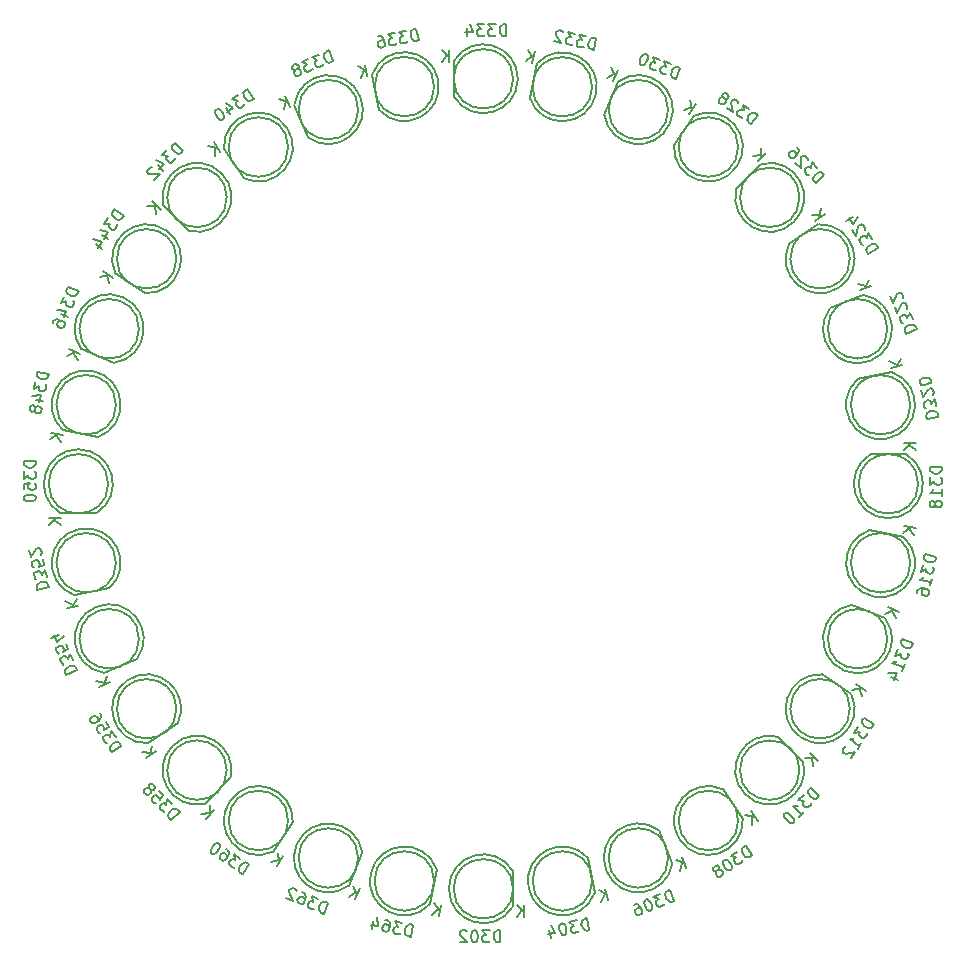
<source format=gbr>
G04 #@! TF.FileFunction,Legend,Bot*
%FSLAX46Y46*%
G04 Gerber Fmt 4.6, Leading zero omitted, Abs format (unit mm)*
G04 Created by KiCad (PCBNEW 4.0.0-rc1-stable) date 4/24/2016 3:59:36 PM*
%MOMM*%
G01*
G04 APERTURE LIST*
%ADD10C,0.100000*%
%ADD11C,0.150000*%
G04 APERTURE END LIST*
D10*
D11*
X154884888Y-137414904D02*
G75*
G02X154900000Y-134390000I-2484888J1524904D01*
G01*
X154900000Y-137390000D02*
X154900000Y-134390000D01*
X154917936Y-135890000D02*
G75*
G03X154917936Y-135890000I-2517936J0D01*
G01*
X161823183Y-136243253D02*
G75*
G02X161250467Y-133273022I-2733752J1013212D01*
G01*
X161833170Y-136215887D02*
X161250467Y-133273022D01*
X161607367Y-135230041D02*
G75*
G03X161607367Y-135230041I-2517936J0D01*
G01*
X168401508Y-133737732D02*
G75*
G02X167257889Y-130937301I-2879293J457903D01*
G01*
X168405939Y-133708940D02*
X167257889Y-130937301D01*
X168040151Y-133279829D02*
G75*
G03X168040151Y-133279829I-2517936J0D01*
G01*
X174363285Y-130000096D02*
G75*
G02X172697507Y-127475129I-2913397J-110075D01*
G01*
X174362040Y-129970992D02*
X172697507Y-127475129D01*
X173967823Y-130110171D02*
G75*
G03X173967823Y-130110171I-2517935J0D01*
G01*
X179482043Y-125167881D02*
G75*
G02X177353798Y-123018264I-2835352J-678811D01*
G01*
X179475119Y-125139585D02*
X177353798Y-123018264D01*
X179164627Y-125846692D02*
G75*
G03X179164627Y-125846692I-2517936J0D01*
G01*
X183559675Y-119433281D02*
G75*
G02X181054434Y-117737983I-2649503J-1216606D01*
G01*
X183547387Y-119406870D02*
X181054434Y-117737983D01*
X183428108Y-120649887D02*
G75*
G03X183428108Y-120649887I-2517936J0D01*
G01*
X186439582Y-113010033D02*
G75*
G02X183650718Y-111838491I-2359753J-1712182D01*
G01*
X186422357Y-112986541D02*
X183650718Y-111838491D01*
X186597765Y-114722215D02*
G75*
G03X186597765Y-114722215I-2517936J0D01*
G01*
X188012288Y-106151513D02*
G75*
G02X185048984Y-105543975I-1982248J-2137918D01*
G01*
X187990828Y-106131813D02*
X185048984Y-105543975D01*
X188547975Y-108289431D02*
G75*
G03X188547975Y-108289431I-2517935J0D01*
G01*
X188214904Y-99115112D02*
G75*
G02X185190000Y-99100000I-1524904J-2484888D01*
G01*
X188190000Y-99100000D02*
X185190000Y-99100000D01*
X189207936Y-101600000D02*
G75*
G03X189207936Y-101600000I-2517936J0D01*
G01*
X187043253Y-92176817D02*
G75*
G02X184073022Y-92749533I-1013212J-2733752D01*
G01*
X187015887Y-92166830D02*
X184073022Y-92749533D01*
X188547977Y-94910569D02*
G75*
G03X188547977Y-94910569I-2517936J0D01*
G01*
X184537732Y-85598492D02*
G75*
G02X181737301Y-86742111I-457903J-2879293D01*
G01*
X184508940Y-85594061D02*
X181737301Y-86742111D01*
X186597765Y-88477785D02*
G75*
G03X186597765Y-88477785I-2517936J0D01*
G01*
X180800096Y-79636715D02*
G75*
G02X178275129Y-81302493I110075J-2913397D01*
G01*
X180770992Y-79637960D02*
X178275129Y-81302493D01*
X183428106Y-82550112D02*
G75*
G03X183428106Y-82550112I-2517935J0D01*
G01*
X175967881Y-74517957D02*
G75*
G02X173818264Y-76646202I678811J-2835352D01*
G01*
X175939585Y-74524881D02*
X173818264Y-76646202D01*
X179164628Y-77353309D02*
G75*
G03X179164628Y-77353309I-2517936J0D01*
G01*
X170233281Y-70440325D02*
G75*
G02X168537983Y-72945566I1216606J-2649503D01*
G01*
X170206870Y-70452613D02*
X168537983Y-72945566D01*
X173967823Y-73089828D02*
G75*
G03X173967823Y-73089828I-2517936J0D01*
G01*
X163810033Y-67560418D02*
G75*
G02X162638491Y-70349282I1712182J-2359753D01*
G01*
X163786541Y-67577643D02*
X162638491Y-70349282D01*
X168040151Y-69920171D02*
G75*
G03X168040151Y-69920171I-2517936J0D01*
G01*
X156978849Y-65973906D02*
G75*
G02X156324841Y-68927302I2106519J-2015584D01*
G01*
X156958816Y-65995055D02*
X156324841Y-68927302D01*
X161603304Y-67989490D02*
G75*
G03X161603304Y-67989490I-2517936J0D01*
G01*
X149915112Y-65785096D02*
G75*
G02X149900000Y-68810000I2484888J-1524904D01*
G01*
X149900000Y-65810000D02*
X149900000Y-68810000D01*
X154917936Y-67310000D02*
G75*
G03X154917936Y-67310000I-2517936J0D01*
G01*
X142976817Y-66956747D02*
G75*
G02X143549533Y-69926978I2733752J-1013212D01*
G01*
X142966830Y-66984113D02*
X143549533Y-69926978D01*
X148228505Y-67969959D02*
G75*
G03X148228505Y-67969959I-2517936J0D01*
G01*
X136398492Y-69462268D02*
G75*
G02X137542111Y-72262699I2879293J-457903D01*
G01*
X136394061Y-69491060D02*
X137542111Y-72262699D01*
X141795721Y-69920171D02*
G75*
G03X141795721Y-69920171I-2517936J0D01*
G01*
X130436715Y-73199904D02*
G75*
G02X132102493Y-75724871I2913397J110075D01*
G01*
X130437960Y-73229008D02*
X132102493Y-75724871D01*
X135868047Y-73089829D02*
G75*
G03X135868047Y-73089829I-2517935J0D01*
G01*
X125317957Y-78032119D02*
G75*
G02X127446202Y-80181736I2835352J678811D01*
G01*
X125324881Y-78060415D02*
X127446202Y-80181736D01*
X130671245Y-77353308D02*
G75*
G03X130671245Y-77353308I-2517936J0D01*
G01*
X121240325Y-83766719D02*
G75*
G02X123745566Y-85462017I2649503J1216606D01*
G01*
X121252613Y-83793130D02*
X123745566Y-85462017D01*
X126407764Y-82550113D02*
G75*
G03X126407764Y-82550113I-2517936J0D01*
G01*
X118360418Y-90189967D02*
G75*
G02X121149282Y-91361509I2359753J1712182D01*
G01*
X118377643Y-90213459D02*
X121149282Y-91361509D01*
X123238107Y-88477785D02*
G75*
G03X123238107Y-88477785I-2517936J0D01*
G01*
X116787712Y-97048487D02*
G75*
G02X119751016Y-97656025I1982248J2137918D01*
G01*
X116809172Y-97068187D02*
X119751016Y-97656025D01*
X121287895Y-94910569D02*
G75*
G03X121287895Y-94910569I-2517935J0D01*
G01*
X116585096Y-104084888D02*
G75*
G02X119610000Y-104100000I1524904J2484888D01*
G01*
X116610000Y-104100000D02*
X119610000Y-104100000D01*
X120627936Y-101600000D02*
G75*
G03X120627936Y-101600000I-2517936J0D01*
G01*
X117756747Y-111023183D02*
G75*
G02X120726978Y-110450467I1013212J2733752D01*
G01*
X117784113Y-111033170D02*
X120726978Y-110450467D01*
X121287895Y-108289431D02*
G75*
G03X121287895Y-108289431I-2517936J0D01*
G01*
X120262268Y-117601508D02*
G75*
G02X123062699Y-116457889I457903J2879293D01*
G01*
X120291060Y-117605939D02*
X123062699Y-116457889D01*
X123238107Y-114722215D02*
G75*
G03X123238107Y-114722215I-2517936J0D01*
G01*
X123999904Y-123563285D02*
G75*
G02X126524871Y-121897507I-110075J2913397D01*
G01*
X124029008Y-123562040D02*
X126524871Y-121897507D01*
X126407764Y-120649888D02*
G75*
G03X126407764Y-120649888I-2517935J0D01*
G01*
X128832119Y-128682043D02*
G75*
G02X130981736Y-126553798I-678811J2835352D01*
G01*
X128860415Y-128675119D02*
X130981736Y-126553798D01*
X130671244Y-125846691D02*
G75*
G03X130671244Y-125846691I-2517936J0D01*
G01*
X134566719Y-132759675D02*
G75*
G02X136262017Y-130254434I-1216606J2649503D01*
G01*
X134593130Y-132747387D02*
X136262017Y-130254434D01*
X135868049Y-130110172D02*
G75*
G03X135868049Y-130110172I-2517936J0D01*
G01*
X140989967Y-135639582D02*
G75*
G02X142161509Y-132850718I-1712182J2359753D01*
G01*
X141013459Y-135622357D02*
X142161509Y-132850718D01*
X141795721Y-133279829D02*
G75*
G03X141795721Y-133279829I-2517936J0D01*
G01*
X147848487Y-137212288D02*
G75*
G02X148456025Y-134248984I-2137918J1982248D01*
G01*
X147868187Y-137190828D02*
X148456025Y-134248984D01*
X148228504Y-135230040D02*
G75*
G03X148228504Y-135230040I-2517935J0D01*
G01*
X153836476Y-140406381D02*
X153836476Y-139406381D01*
X153598381Y-139406381D01*
X153455523Y-139454000D01*
X153360285Y-139549238D01*
X153312666Y-139644476D01*
X153265047Y-139834952D01*
X153265047Y-139977810D01*
X153312666Y-140168286D01*
X153360285Y-140263524D01*
X153455523Y-140358762D01*
X153598381Y-140406381D01*
X153836476Y-140406381D01*
X152931714Y-139406381D02*
X152312666Y-139406381D01*
X152646000Y-139787333D01*
X152503142Y-139787333D01*
X152407904Y-139834952D01*
X152360285Y-139882571D01*
X152312666Y-139977810D01*
X152312666Y-140215905D01*
X152360285Y-140311143D01*
X152407904Y-140358762D01*
X152503142Y-140406381D01*
X152788857Y-140406381D01*
X152884095Y-140358762D01*
X152931714Y-140311143D01*
X151693619Y-139406381D02*
X151598380Y-139406381D01*
X151503142Y-139454000D01*
X151455523Y-139501619D01*
X151407904Y-139596857D01*
X151360285Y-139787333D01*
X151360285Y-140025429D01*
X151407904Y-140215905D01*
X151455523Y-140311143D01*
X151503142Y-140358762D01*
X151598380Y-140406381D01*
X151693619Y-140406381D01*
X151788857Y-140358762D01*
X151836476Y-140311143D01*
X151884095Y-140215905D01*
X151931714Y-140025429D01*
X151931714Y-139787333D01*
X151884095Y-139596857D01*
X151836476Y-139501619D01*
X151788857Y-139454000D01*
X151693619Y-139406381D01*
X150979333Y-139501619D02*
X150931714Y-139454000D01*
X150836476Y-139406381D01*
X150598380Y-139406381D01*
X150503142Y-139454000D01*
X150455523Y-139501619D01*
X150407904Y-139596857D01*
X150407904Y-139692095D01*
X150455523Y-139834952D01*
X151026952Y-140406381D01*
X150407904Y-140406381D01*
X155836905Y-138247381D02*
X155836905Y-137247381D01*
X155265476Y-138247381D02*
X155694048Y-137675952D01*
X155265476Y-137247381D02*
X155836905Y-137818810D01*
X161375786Y-139381395D02*
X161181552Y-138400440D01*
X160947991Y-138446686D01*
X160817103Y-138521146D01*
X160742177Y-138633069D01*
X160713964Y-138735742D01*
X160704249Y-138931840D01*
X160731997Y-139071977D01*
X160815706Y-139249576D01*
X160880916Y-139333751D01*
X160992839Y-139408677D01*
X161142226Y-139427641D01*
X161375786Y-139381395D01*
X160294021Y-138576176D02*
X159686762Y-138696416D01*
X160087742Y-139005368D01*
X159947605Y-139033116D01*
X159863430Y-139098326D01*
X159825967Y-139154288D01*
X159797754Y-139256962D01*
X159844000Y-139490523D01*
X159909210Y-139574698D01*
X159965172Y-139612161D01*
X160067845Y-139640374D01*
X160348119Y-139584879D01*
X160432294Y-139519668D01*
X160469757Y-139463707D01*
X159079505Y-138816656D02*
X158986080Y-138835155D01*
X158901905Y-138900366D01*
X158864442Y-138956327D01*
X158836228Y-139059000D01*
X158826513Y-139255098D01*
X158872760Y-139488659D01*
X158956469Y-139666259D01*
X159021679Y-139750434D01*
X159077641Y-139787896D01*
X159180314Y-139816110D01*
X159273739Y-139797611D01*
X159357914Y-139732401D01*
X159395377Y-139676439D01*
X159423591Y-139573766D01*
X159433306Y-139377668D01*
X159387060Y-139144107D01*
X159303351Y-138966508D01*
X159238140Y-138882333D01*
X159182179Y-138844870D01*
X159079505Y-138816656D01*
X157976445Y-139374873D02*
X158105935Y-140028843D01*
X158136013Y-138954929D02*
X158508312Y-139609366D01*
X157901054Y-139729606D01*
X162918765Y-136874960D02*
X162724531Y-135894004D01*
X162358219Y-136985951D02*
X162667638Y-136342161D01*
X162163984Y-136004996D02*
X162835522Y-136454551D01*
X168577690Y-136902705D02*
X168195006Y-135978826D01*
X167975035Y-136069941D01*
X167861275Y-136168604D01*
X167809732Y-136293039D01*
X167802184Y-136399250D01*
X167831082Y-136593450D01*
X167885751Y-136725434D01*
X168002638Y-136883188D01*
X168083078Y-136952953D01*
X168207512Y-137004496D01*
X168357719Y-136993820D01*
X168577690Y-136902705D01*
X167359115Y-136325063D02*
X166787190Y-136561963D01*
X167240934Y-136786355D01*
X167108950Y-136841024D01*
X167039185Y-136921465D01*
X167013414Y-136983682D01*
X167005866Y-137089894D01*
X167096981Y-137309865D01*
X167177421Y-137379631D01*
X167239638Y-137405402D01*
X167345850Y-137412950D01*
X167609816Y-137303612D01*
X167679582Y-137223172D01*
X167705353Y-137160954D01*
X166215265Y-136798862D02*
X166127275Y-136835308D01*
X166057510Y-136915748D01*
X166031739Y-136977966D01*
X166024191Y-137084177D01*
X166053088Y-137278377D01*
X166144204Y-137498349D01*
X166261090Y-137656103D01*
X166341530Y-137725868D01*
X166403747Y-137751639D01*
X166509959Y-137759188D01*
X166597948Y-137722741D01*
X166667714Y-137642301D01*
X166693485Y-137580084D01*
X166701033Y-137473872D01*
X166672135Y-137279672D01*
X166581020Y-137059700D01*
X166464134Y-136901947D01*
X166383693Y-136832181D01*
X166321476Y-136806410D01*
X166215265Y-136798862D01*
X165115407Y-137254438D02*
X165291385Y-137181545D01*
X165397597Y-137189093D01*
X165459814Y-137214865D01*
X165602471Y-137310401D01*
X165719358Y-137468155D01*
X165865142Y-137820110D01*
X165857594Y-137926321D01*
X165831823Y-137988538D01*
X165762057Y-138068979D01*
X165586079Y-138141871D01*
X165479868Y-138134323D01*
X165417651Y-138108552D01*
X165337210Y-138038786D01*
X165246095Y-137818815D01*
X165253643Y-137712603D01*
X165279414Y-137650386D01*
X165349180Y-137569945D01*
X165525158Y-137497053D01*
X165631369Y-137504601D01*
X165693586Y-137530372D01*
X165774027Y-137600139D01*
X169599631Y-134142519D02*
X169216948Y-133218639D01*
X169071700Y-134361195D02*
X169248972Y-133669256D01*
X168689016Y-133437316D02*
X169435624Y-133746571D01*
X175150860Y-133070572D02*
X174596015Y-132238618D01*
X174397931Y-132370724D01*
X174305501Y-132489604D01*
X174279109Y-132621680D01*
X174292335Y-132727335D01*
X174358403Y-132912224D01*
X174437667Y-133031075D01*
X174582968Y-133163121D01*
X174675427Y-133215934D01*
X174807503Y-133242325D01*
X174952775Y-133202678D01*
X175150860Y-133070572D01*
X173843295Y-132740620D02*
X173328275Y-133084095D01*
X173816963Y-133216081D01*
X173698112Y-133295345D01*
X173645299Y-133387805D01*
X173632103Y-133453843D01*
X173645329Y-133559498D01*
X173777435Y-133757582D01*
X173869894Y-133810395D01*
X173935932Y-133823590D01*
X174041587Y-133810365D01*
X174279289Y-133651838D01*
X174332101Y-133559379D01*
X174345297Y-133493341D01*
X172813256Y-133427570D02*
X172734022Y-133480413D01*
X172681209Y-133572872D01*
X172668014Y-133638910D01*
X172681239Y-133744565D01*
X172747307Y-133929453D01*
X172879413Y-134127538D01*
X173024715Y-134259584D01*
X173117174Y-134312397D01*
X173183212Y-134325593D01*
X173288866Y-134312367D01*
X173368101Y-134259524D01*
X173420913Y-134167065D01*
X173434109Y-134101027D01*
X173420884Y-133995372D01*
X173354816Y-133810484D01*
X173222710Y-133612399D01*
X173077408Y-133480353D01*
X172984949Y-133427540D01*
X172918911Y-133414345D01*
X172813256Y-133427570D01*
X172298326Y-134286124D02*
X172351139Y-134193665D01*
X172364334Y-134127627D01*
X172351109Y-134021972D01*
X172324688Y-133982355D01*
X172232229Y-133929543D01*
X172166191Y-133916347D01*
X172060536Y-133929572D01*
X171902068Y-134035257D01*
X171849255Y-134127717D01*
X171836060Y-134193755D01*
X171849285Y-134299409D01*
X171875706Y-134339026D01*
X171968165Y-134391839D01*
X172034203Y-134405034D01*
X172139858Y-134391809D01*
X172298326Y-134286124D01*
X172403981Y-134272898D01*
X172470019Y-134286094D01*
X172562479Y-134338907D01*
X172668163Y-134497375D01*
X172681389Y-134603029D01*
X172668193Y-134669067D01*
X172615380Y-134761526D01*
X172456912Y-134867212D01*
X172351257Y-134880437D01*
X172285219Y-134867241D01*
X172192760Y-134814429D01*
X172087076Y-134655962D01*
X172073850Y-134550306D01*
X172087046Y-134484268D01*
X172139858Y-134391809D01*
X175617215Y-130164457D02*
X175062371Y-129332503D01*
X175141812Y-130481511D02*
X175181310Y-129768317D01*
X174586968Y-129649557D02*
X175379425Y-129807905D01*
X180855997Y-128024514D02*
X180148890Y-127317407D01*
X179980531Y-127485765D01*
X179913187Y-127620453D01*
X179913187Y-127755140D01*
X179946859Y-127856155D01*
X180047874Y-128024514D01*
X180148890Y-128125529D01*
X180317249Y-128226545D01*
X180418264Y-128260216D01*
X180552951Y-128260216D01*
X180687638Y-128192872D01*
X180855997Y-128024514D01*
X179509127Y-127957170D02*
X179071394Y-128394903D01*
X179576470Y-128428574D01*
X179475454Y-128529590D01*
X179441782Y-128630605D01*
X179441782Y-128697949D01*
X179475455Y-128798965D01*
X179643813Y-128967323D01*
X179744829Y-129000995D01*
X179812172Y-129000995D01*
X179913187Y-128967323D01*
X180115218Y-128765292D01*
X180148890Y-128664277D01*
X180148890Y-128596934D01*
X179105065Y-129775445D02*
X179509127Y-129371384D01*
X179307096Y-129573414D02*
X178599990Y-128866307D01*
X178768348Y-128899979D01*
X178903035Y-128899979D01*
X179004050Y-128866307D01*
X177960226Y-129506071D02*
X177892882Y-129573415D01*
X177859210Y-129674430D01*
X177859210Y-129741773D01*
X177892882Y-129842789D01*
X177993897Y-130011147D01*
X178162256Y-130179506D01*
X178330615Y-130280522D01*
X178431630Y-130314193D01*
X178498974Y-130314193D01*
X178599989Y-130280522D01*
X178667333Y-130213177D01*
X178701005Y-130112162D01*
X178701005Y-130044819D01*
X178667333Y-129943804D01*
X178566318Y-129775445D01*
X178397958Y-129607086D01*
X178229600Y-129506071D01*
X178128585Y-129472399D01*
X178061241Y-129472399D01*
X177960226Y-129506071D01*
X180743870Y-125083353D02*
X180036764Y-124376246D01*
X180339809Y-125487414D02*
X180238794Y-124780307D01*
X179632702Y-124780307D02*
X180440825Y-124780307D01*
X185462319Y-121968641D02*
X184631335Y-121412346D01*
X184498883Y-121610199D01*
X184458983Y-121755402D01*
X184485143Y-121887524D01*
X184537795Y-121980075D01*
X184669587Y-122125606D01*
X184788300Y-122205078D01*
X184973073Y-122271468D01*
X185078704Y-122284878D01*
X185210826Y-122258717D01*
X185329868Y-122166495D01*
X185462319Y-121968641D01*
X184128019Y-122164189D02*
X183783646Y-122678608D01*
X184285643Y-122613535D01*
X184206172Y-122732247D01*
X184192762Y-122837879D01*
X184205842Y-122903940D01*
X184258494Y-122996492D01*
X184456348Y-123128943D01*
X184561979Y-123142353D01*
X184628040Y-123129272D01*
X184720591Y-123076621D01*
X184879533Y-122839196D01*
X184892943Y-122733565D01*
X184879863Y-122667504D01*
X184084825Y-124026318D02*
X184402708Y-123551469D01*
X184243767Y-123788893D02*
X183412782Y-123232597D01*
X183584475Y-123232927D01*
X183716597Y-123206766D01*
X183809148Y-123154115D01*
X183121060Y-123839568D02*
X183054999Y-123852648D01*
X182962448Y-123905299D01*
X182829996Y-124103153D01*
X182816586Y-124208785D01*
X182829666Y-124274846D01*
X182882318Y-124367397D01*
X182961459Y-124420377D01*
X183106661Y-124460277D01*
X183899393Y-124303312D01*
X183555019Y-124817731D01*
X184781054Y-119105273D02*
X183950070Y-118548977D01*
X184463171Y-119580121D02*
X184226735Y-118906101D01*
X183632186Y-119023826D02*
X184424918Y-118866860D01*
X188802137Y-115123429D02*
X187878257Y-114740745D01*
X187787142Y-114960716D01*
X187776467Y-115110923D01*
X187828009Y-115235357D01*
X187897775Y-115315797D01*
X188055529Y-115432684D01*
X188187512Y-115487353D01*
X188381712Y-115516251D01*
X188487924Y-115508703D01*
X188612358Y-115457160D01*
X188711022Y-115343400D01*
X188802137Y-115123429D01*
X187532020Y-115576636D02*
X187295120Y-116148562D01*
X187774635Y-115986386D01*
X187719966Y-116118369D01*
X187727514Y-116224581D01*
X187753286Y-116286798D01*
X187823052Y-116367238D01*
X188043023Y-116458353D01*
X188149234Y-116450805D01*
X188211452Y-116425034D01*
X188291892Y-116355269D01*
X188401230Y-116091302D01*
X188393682Y-115985091D01*
X188367911Y-115922874D01*
X187854539Y-117411131D02*
X188073216Y-116883199D01*
X187963878Y-117147164D02*
X187039998Y-116764481D01*
X187208427Y-116731162D01*
X187332861Y-116679619D01*
X187413302Y-116609854D01*
X186910605Y-117947905D02*
X187526525Y-118203028D01*
X186649767Y-117582149D02*
X187400796Y-117635523D01*
X187163896Y-118207449D01*
X187573011Y-112449059D02*
X186649132Y-112066376D01*
X187354335Y-112976991D02*
X186990411Y-112362365D01*
X186430455Y-112594307D02*
X187177063Y-112285052D01*
X190740342Y-107765769D02*
X189759727Y-107569823D01*
X189713073Y-107803302D01*
X189731777Y-107952721D01*
X189806507Y-108064775D01*
X189890568Y-108130132D01*
X190068021Y-108214151D01*
X190208109Y-108242144D01*
X190404224Y-108232771D01*
X190506946Y-108204736D01*
X190619000Y-108130006D01*
X190693688Y-107999248D01*
X190740342Y-107765769D01*
X189582442Y-108457046D02*
X189461142Y-109064093D01*
X189900025Y-108811867D01*
X189872032Y-108951956D01*
X189900067Y-109054678D01*
X189937432Y-109110705D01*
X190021494Y-109176062D01*
X190254973Y-109222716D01*
X190357696Y-109194682D01*
X190413723Y-109157317D01*
X190479080Y-109073256D01*
X190535065Y-108793079D01*
X190507030Y-108690357D01*
X190469665Y-108634330D01*
X190255142Y-110193958D02*
X190367111Y-109633606D01*
X190311126Y-109913782D02*
X189330512Y-109717835D01*
X189489261Y-109652436D01*
X189601314Y-109577706D01*
X189666672Y-109493645D01*
X189106573Y-110838539D02*
X189143896Y-110651754D01*
X189209254Y-110567693D01*
X189265280Y-110530328D01*
X189424030Y-110464929D01*
X189620144Y-110455556D01*
X189993712Y-110530202D01*
X190077773Y-110595559D01*
X190115138Y-110651586D01*
X190143173Y-110754309D01*
X190105849Y-110941093D01*
X190040492Y-111025154D01*
X189984465Y-111062519D01*
X189881743Y-111090554D01*
X189648263Y-111043900D01*
X189564201Y-110978542D01*
X189526836Y-110922516D01*
X189498802Y-110819793D01*
X189536125Y-110633009D01*
X189601482Y-110548948D01*
X189657509Y-110511582D01*
X189760233Y-110483548D01*
X189015171Y-105381070D02*
X188034556Y-105185124D01*
X188903201Y-105941422D02*
X188426827Y-105409189D01*
X187922587Y-105745476D02*
X188594908Y-105297094D01*
X191206381Y-100163524D02*
X190206381Y-100163524D01*
X190206381Y-100401619D01*
X190254000Y-100544477D01*
X190349238Y-100639715D01*
X190444476Y-100687334D01*
X190634952Y-100734953D01*
X190777810Y-100734953D01*
X190968286Y-100687334D01*
X191063524Y-100639715D01*
X191158762Y-100544477D01*
X191206381Y-100401619D01*
X191206381Y-100163524D01*
X190206381Y-101068286D02*
X190206381Y-101687334D01*
X190587333Y-101354000D01*
X190587333Y-101496858D01*
X190634952Y-101592096D01*
X190682571Y-101639715D01*
X190777810Y-101687334D01*
X191015905Y-101687334D01*
X191111143Y-101639715D01*
X191158762Y-101592096D01*
X191206381Y-101496858D01*
X191206381Y-101211143D01*
X191158762Y-101115905D01*
X191111143Y-101068286D01*
X191206381Y-102639715D02*
X191206381Y-102068286D01*
X191206381Y-102354000D02*
X190206381Y-102354000D01*
X190349238Y-102258762D01*
X190444476Y-102163524D01*
X190492095Y-102068286D01*
X190634952Y-103211143D02*
X190587333Y-103115905D01*
X190539714Y-103068286D01*
X190444476Y-103020667D01*
X190396857Y-103020667D01*
X190301619Y-103068286D01*
X190254000Y-103115905D01*
X190206381Y-103211143D01*
X190206381Y-103401620D01*
X190254000Y-103496858D01*
X190301619Y-103544477D01*
X190396857Y-103592096D01*
X190444476Y-103592096D01*
X190539714Y-103544477D01*
X190587333Y-103496858D01*
X190634952Y-103401620D01*
X190634952Y-103211143D01*
X190682571Y-103115905D01*
X190730190Y-103068286D01*
X190825429Y-103020667D01*
X191015905Y-103020667D01*
X191111143Y-103068286D01*
X191158762Y-103115905D01*
X191206381Y-103211143D01*
X191206381Y-103401620D01*
X191158762Y-103496858D01*
X191111143Y-103544477D01*
X191015905Y-103592096D01*
X190825429Y-103592096D01*
X190730190Y-103544477D01*
X190682571Y-103496858D01*
X190634952Y-103401620D01*
X189047381Y-98163095D02*
X188047381Y-98163095D01*
X189047381Y-98734524D02*
X188475952Y-98305952D01*
X188047381Y-98734524D02*
X188618810Y-98163095D01*
X189950561Y-96116512D02*
X190931516Y-95922278D01*
X190885270Y-95688717D01*
X190810810Y-95557829D01*
X190698887Y-95482903D01*
X190596214Y-95454690D01*
X190400116Y-95444975D01*
X190259979Y-95472723D01*
X190082380Y-95556432D01*
X189998205Y-95621642D01*
X189923279Y-95733565D01*
X189904315Y-95882952D01*
X189950561Y-96116512D01*
X190755780Y-95034747D02*
X190635540Y-94427488D01*
X190326588Y-94828468D01*
X190298840Y-94688331D01*
X190233630Y-94604156D01*
X190177668Y-94566693D01*
X190074994Y-94538480D01*
X189841433Y-94584726D01*
X189757258Y-94649936D01*
X189719795Y-94705898D01*
X189691582Y-94808571D01*
X189747077Y-95088845D01*
X189812288Y-95173020D01*
X189868249Y-95210483D01*
X190468122Y-94072290D02*
X190505585Y-94016329D01*
X190533798Y-93913655D01*
X190487552Y-93680094D01*
X190422341Y-93595919D01*
X190366380Y-93558456D01*
X190263706Y-93530242D01*
X190170282Y-93548741D01*
X190039395Y-93623201D01*
X189589840Y-94294738D01*
X189469600Y-93687480D01*
X190330315Y-92885988D02*
X190311816Y-92792563D01*
X190246605Y-92708388D01*
X190190644Y-92670925D01*
X190087971Y-92642711D01*
X189891873Y-92632996D01*
X189658311Y-92679243D01*
X189480712Y-92762952D01*
X189396537Y-92828162D01*
X189359074Y-92884124D01*
X189330861Y-92986797D01*
X189349359Y-93080222D01*
X189414570Y-93164397D01*
X189470531Y-93201860D01*
X189573205Y-93230074D01*
X189769303Y-93239789D01*
X190002864Y-93193543D01*
X190180463Y-93109833D01*
X190264638Y-93044623D01*
X190302101Y-92988662D01*
X190330315Y-92885988D01*
X186889171Y-91770805D02*
X187870127Y-91576571D01*
X186778180Y-91210259D02*
X187421970Y-91519678D01*
X187759135Y-91016024D02*
X187309580Y-91687562D01*
X188160649Y-88892140D02*
X189084528Y-88509456D01*
X188993413Y-88289485D01*
X188894750Y-88175725D01*
X188770315Y-88124182D01*
X188664104Y-88116634D01*
X188469904Y-88145532D01*
X188337920Y-88200201D01*
X188180166Y-88317088D01*
X188110401Y-88397528D01*
X188058858Y-88521962D01*
X188069534Y-88672169D01*
X188160649Y-88892140D01*
X188738291Y-87673565D02*
X188501391Y-87101640D01*
X188276999Y-87555384D01*
X188222330Y-87423400D01*
X188141889Y-87353635D01*
X188079672Y-87327864D01*
X187973460Y-87320316D01*
X187753489Y-87411431D01*
X187683723Y-87491871D01*
X187657952Y-87554088D01*
X187650404Y-87660300D01*
X187759742Y-87924266D01*
X187840182Y-87994032D01*
X187902400Y-88019803D01*
X188267619Y-86786132D02*
X188293390Y-86723915D01*
X188300938Y-86617703D01*
X188209823Y-86397731D01*
X188129383Y-86327966D01*
X188067165Y-86302194D01*
X187960954Y-86294646D01*
X187872966Y-86331092D01*
X187759206Y-86429756D01*
X187449951Y-87176363D01*
X187213051Y-86604438D01*
X187903158Y-85906247D02*
X187928930Y-85844029D01*
X187936478Y-85737818D01*
X187845362Y-85517846D01*
X187764922Y-85448080D01*
X187702705Y-85422309D01*
X187596494Y-85414761D01*
X187508505Y-85451207D01*
X187394745Y-85549870D01*
X187085490Y-86296478D01*
X186848591Y-85724552D01*
X184307081Y-85230543D02*
X185230961Y-84847860D01*
X184088405Y-84702612D02*
X184780344Y-84879884D01*
X185012284Y-84319928D02*
X184703029Y-85066536D01*
X184993754Y-82163940D02*
X185825708Y-81609095D01*
X185693602Y-81411011D01*
X185574722Y-81318581D01*
X185442646Y-81292189D01*
X185336991Y-81305415D01*
X185152102Y-81371483D01*
X185033251Y-81450747D01*
X184901205Y-81596048D01*
X184848392Y-81688507D01*
X184822001Y-81820583D01*
X184861648Y-81965855D01*
X184993754Y-82163940D01*
X185323706Y-80856375D02*
X184980231Y-80341355D01*
X184848245Y-80830043D01*
X184768981Y-80711192D01*
X184676521Y-80658379D01*
X184610483Y-80645183D01*
X184504828Y-80658409D01*
X184306744Y-80790515D01*
X184253931Y-80882974D01*
X184240736Y-80949012D01*
X184253961Y-81054667D01*
X184412488Y-81292369D01*
X184504947Y-81345181D01*
X184570985Y-81358377D01*
X184689628Y-80077263D02*
X184702824Y-80011225D01*
X184689598Y-79905570D01*
X184557492Y-79707485D01*
X184465033Y-79654673D01*
X184398995Y-79641477D01*
X184293340Y-79654702D01*
X184214106Y-79707545D01*
X184121677Y-79826425D01*
X183963329Y-80618882D01*
X183619853Y-80103862D01*
X183698909Y-79020862D02*
X183144272Y-79390759D01*
X184147949Y-79007578D02*
X183685802Y-79601980D01*
X183342327Y-79086960D01*
X180502369Y-79320573D02*
X181334323Y-78765729D01*
X180185315Y-78845170D02*
X180898509Y-78884668D01*
X181017269Y-78290326D02*
X180858921Y-79082783D01*
X180575444Y-76174461D02*
X181282551Y-75467354D01*
X181114193Y-75298995D01*
X180979505Y-75231651D01*
X180844818Y-75231651D01*
X180743803Y-75265323D01*
X180575444Y-75366338D01*
X180474429Y-75467354D01*
X180373413Y-75635713D01*
X180339742Y-75736728D01*
X180339742Y-75871415D01*
X180407086Y-76006102D01*
X180575444Y-76174461D01*
X180642788Y-74827591D02*
X180205055Y-74389858D01*
X180171384Y-74894934D01*
X180070368Y-74793918D01*
X179969353Y-74760246D01*
X179902009Y-74760246D01*
X179800993Y-74793919D01*
X179632635Y-74962277D01*
X179598963Y-75063293D01*
X179598963Y-75130636D01*
X179632635Y-75231651D01*
X179834666Y-75433682D01*
X179935681Y-75467354D01*
X180003024Y-75467354D01*
X179868338Y-74187827D02*
X179868338Y-74120484D01*
X179834666Y-74019469D01*
X179666307Y-73851109D01*
X179565291Y-73817438D01*
X179497948Y-73817438D01*
X179396933Y-73851109D01*
X179329589Y-73918453D01*
X179262246Y-74053140D01*
X179262246Y-74861262D01*
X178824513Y-74423529D01*
X178925528Y-73110331D02*
X179060216Y-73245018D01*
X179093887Y-73346034D01*
X179093887Y-73413377D01*
X179060216Y-73581736D01*
X178959201Y-73750094D01*
X178689826Y-74019469D01*
X178588811Y-74053140D01*
X178521467Y-74053140D01*
X178420452Y-74019469D01*
X178285765Y-73884781D01*
X178252093Y-73783766D01*
X178252093Y-73716422D01*
X178285765Y-73615407D01*
X178454123Y-73447049D01*
X178555139Y-73413376D01*
X178622483Y-73413376D01*
X178723498Y-73447048D01*
X178858185Y-73581736D01*
X178891857Y-73682751D01*
X178891857Y-73750094D01*
X178858185Y-73851110D01*
X175613979Y-74266282D02*
X176321086Y-73559176D01*
X175209918Y-73862221D02*
X175917025Y-73761206D01*
X175917025Y-73155114D02*
X175917025Y-73963237D01*
X175074845Y-71170333D02*
X175631140Y-70339349D01*
X175433287Y-70206897D01*
X175288084Y-70166997D01*
X175155962Y-70193157D01*
X175063411Y-70245809D01*
X174917880Y-70377601D01*
X174838408Y-70496314D01*
X174772018Y-70681087D01*
X174758608Y-70786718D01*
X174784769Y-70918840D01*
X174876991Y-71037882D01*
X175074845Y-71170333D01*
X174879297Y-69836033D02*
X174364878Y-69491660D01*
X174429951Y-69993657D01*
X174311239Y-69914186D01*
X174205607Y-69900776D01*
X174139546Y-69913856D01*
X174046994Y-69966508D01*
X173914543Y-70164362D01*
X173901133Y-70269993D01*
X173914214Y-70336054D01*
X173966865Y-70428605D01*
X174204290Y-70587547D01*
X174309921Y-70600957D01*
X174375982Y-70587877D01*
X173995332Y-69358879D02*
X173982252Y-69292818D01*
X173929601Y-69200267D01*
X173731747Y-69067815D01*
X173626115Y-69054405D01*
X173560054Y-69067486D01*
X173467503Y-69120137D01*
X173414523Y-69199278D01*
X173374623Y-69344480D01*
X173531588Y-70137212D01*
X173017168Y-69792839D01*
X172860204Y-69000107D02*
X172965836Y-69013517D01*
X173031897Y-69000437D01*
X173124448Y-68947786D01*
X173150938Y-68908215D01*
X173164348Y-68802583D01*
X173151267Y-68736523D01*
X173098616Y-68643971D01*
X172940333Y-68538010D01*
X172834701Y-68524600D01*
X172768640Y-68537680D01*
X172676089Y-68590332D01*
X172649599Y-68629902D01*
X172636189Y-68735534D01*
X172649270Y-68801595D01*
X172701921Y-68894146D01*
X172860204Y-69000107D01*
X172912855Y-69092658D01*
X172925936Y-69158719D01*
X172912525Y-69264352D01*
X172806564Y-69422634D01*
X172714013Y-69475285D01*
X172647952Y-69488366D01*
X172542321Y-69474956D01*
X172384037Y-69368994D01*
X172331386Y-69276443D01*
X172318306Y-69210382D01*
X172331716Y-69104751D01*
X172437677Y-68946468D01*
X172530228Y-68893816D01*
X172596289Y-68880736D01*
X172701921Y-68894146D01*
X169837236Y-70262182D02*
X170393532Y-69431198D01*
X169362388Y-69944299D02*
X170036408Y-69707863D01*
X169918683Y-69113314D02*
X170075649Y-69906046D01*
X168700783Y-67327589D02*
X169083467Y-66403709D01*
X168863496Y-66312594D01*
X168713289Y-66301919D01*
X168588855Y-66353461D01*
X168508415Y-66423227D01*
X168391528Y-66580981D01*
X168336859Y-66712964D01*
X168307961Y-66907164D01*
X168315509Y-67013376D01*
X168367052Y-67137810D01*
X168480812Y-67236474D01*
X168700783Y-67327589D01*
X168247576Y-66057472D02*
X167675650Y-65820572D01*
X167837826Y-66300087D01*
X167705843Y-66245418D01*
X167599631Y-66252966D01*
X167537414Y-66278738D01*
X167456974Y-66348504D01*
X167365859Y-66568475D01*
X167373407Y-66674686D01*
X167399178Y-66736904D01*
X167468943Y-66817344D01*
X167732910Y-66926682D01*
X167839121Y-66919134D01*
X167901338Y-66893363D01*
X167367690Y-65693011D02*
X166795765Y-65456112D01*
X166957941Y-65935627D01*
X166825958Y-65880958D01*
X166719746Y-65888506D01*
X166657529Y-65914277D01*
X166577088Y-65984043D01*
X166485973Y-66204015D01*
X166493522Y-66310226D01*
X166519293Y-66372443D01*
X166589058Y-66452883D01*
X166853024Y-66562222D01*
X166959236Y-66554674D01*
X167021453Y-66528902D01*
X166223840Y-65219213D02*
X166135850Y-65182766D01*
X166029639Y-65190315D01*
X165967422Y-65216086D01*
X165886982Y-65285851D01*
X165770095Y-65443605D01*
X165678980Y-65663577D01*
X165650082Y-65857777D01*
X165657630Y-65963989D01*
X165683402Y-66026206D01*
X165753167Y-66106646D01*
X165841156Y-66143092D01*
X165947368Y-66135544D01*
X166009585Y-66109773D01*
X166090025Y-66040008D01*
X166206912Y-65882254D01*
X166298027Y-65662282D01*
X166326925Y-65468082D01*
X166319377Y-65361870D01*
X166293605Y-65299653D01*
X166223840Y-65219213D01*
X163386759Y-67463333D02*
X163769442Y-66539454D01*
X162858827Y-67244657D02*
X163473453Y-66880733D01*
X163241511Y-66320777D02*
X163550766Y-67067385D01*
X161749155Y-64870353D02*
X161960480Y-63892937D01*
X161727762Y-63842622D01*
X161578067Y-63858976D01*
X161464854Y-63931937D01*
X161398184Y-64014961D01*
X161311388Y-64191072D01*
X161281199Y-64330704D01*
X161287490Y-64526941D01*
X161313907Y-64630091D01*
X161386868Y-64743304D01*
X161516437Y-64820037D01*
X161749155Y-64870353D01*
X161076151Y-63701738D02*
X160471083Y-63570918D01*
X160716385Y-64013708D01*
X160576753Y-63983519D01*
X160473603Y-64009936D01*
X160416996Y-64046417D01*
X160350326Y-64129442D01*
X160300011Y-64362160D01*
X160326428Y-64465310D01*
X160362909Y-64521917D01*
X160445933Y-64588586D01*
X160725195Y-64648965D01*
X160828346Y-64622548D01*
X160884952Y-64586067D01*
X160145278Y-63500477D02*
X159540211Y-63369656D01*
X159785512Y-63812447D01*
X159645881Y-63782257D01*
X159542731Y-63808675D01*
X159486124Y-63845155D01*
X159419454Y-63928180D01*
X159369139Y-64160898D01*
X159395556Y-64264048D01*
X159432037Y-64320655D01*
X159515061Y-64387325D01*
X159794323Y-64447703D01*
X159897473Y-64421286D01*
X159954080Y-64384805D01*
X159147736Y-63382239D02*
X159111256Y-63325632D01*
X159028232Y-63258963D01*
X158795513Y-63208647D01*
X158692363Y-63235064D01*
X158635756Y-63271545D01*
X158569087Y-63354569D01*
X158548960Y-63447656D01*
X158565315Y-63597350D01*
X159003081Y-64276631D01*
X158398014Y-64145811D01*
X156545037Y-65954068D02*
X156756362Y-64976653D01*
X155986513Y-65833311D02*
X156526163Y-65365355D01*
X156197838Y-64855895D02*
X156635604Y-65535176D01*
X154344476Y-63698381D02*
X154344476Y-62698381D01*
X154106381Y-62698381D01*
X153963523Y-62746000D01*
X153868285Y-62841238D01*
X153820666Y-62936476D01*
X153773047Y-63126952D01*
X153773047Y-63269810D01*
X153820666Y-63460286D01*
X153868285Y-63555524D01*
X153963523Y-63650762D01*
X154106381Y-63698381D01*
X154344476Y-63698381D01*
X153439714Y-62698381D02*
X152820666Y-62698381D01*
X153154000Y-63079333D01*
X153011142Y-63079333D01*
X152915904Y-63126952D01*
X152868285Y-63174571D01*
X152820666Y-63269810D01*
X152820666Y-63507905D01*
X152868285Y-63603143D01*
X152915904Y-63650762D01*
X153011142Y-63698381D01*
X153296857Y-63698381D01*
X153392095Y-63650762D01*
X153439714Y-63603143D01*
X152487333Y-62698381D02*
X151868285Y-62698381D01*
X152201619Y-63079333D01*
X152058761Y-63079333D01*
X151963523Y-63126952D01*
X151915904Y-63174571D01*
X151868285Y-63269810D01*
X151868285Y-63507905D01*
X151915904Y-63603143D01*
X151963523Y-63650762D01*
X152058761Y-63698381D01*
X152344476Y-63698381D01*
X152439714Y-63650762D01*
X152487333Y-63603143D01*
X151011142Y-63031714D02*
X151011142Y-63698381D01*
X151249238Y-62650762D02*
X151487333Y-63365048D01*
X150868285Y-63365048D01*
X149486905Y-65857381D02*
X149486905Y-64857381D01*
X148915476Y-65857381D02*
X149344048Y-65285952D01*
X148915476Y-64857381D02*
X149486905Y-65428810D01*
X146916512Y-64049439D02*
X146722278Y-63068484D01*
X146488717Y-63114730D01*
X146357829Y-63189190D01*
X146282903Y-63301113D01*
X146254690Y-63403786D01*
X146244975Y-63599884D01*
X146272723Y-63740021D01*
X146356432Y-63917620D01*
X146421642Y-64001795D01*
X146533565Y-64076721D01*
X146682952Y-64095685D01*
X146916512Y-64049439D01*
X145834747Y-63244220D02*
X145227488Y-63364460D01*
X145628468Y-63673412D01*
X145488331Y-63701160D01*
X145404156Y-63766370D01*
X145366693Y-63822332D01*
X145338480Y-63925006D01*
X145384726Y-64158567D01*
X145449936Y-64242742D01*
X145505898Y-64280205D01*
X145608571Y-64308418D01*
X145888845Y-64252923D01*
X145973020Y-64187712D01*
X146010483Y-64131751D01*
X144900504Y-63429205D02*
X144293245Y-63549445D01*
X144694225Y-63858397D01*
X144554088Y-63886145D01*
X144469913Y-63951356D01*
X144432450Y-64007317D01*
X144404237Y-64109991D01*
X144450483Y-64343552D01*
X144515693Y-64427727D01*
X144571655Y-64465190D01*
X144674328Y-64493403D01*
X144954602Y-64437908D01*
X145038777Y-64372697D01*
X145076240Y-64316736D01*
X143452427Y-63715932D02*
X143639276Y-63678935D01*
X143741949Y-63707148D01*
X143797911Y-63744611D01*
X143919083Y-63866249D01*
X144002792Y-64043848D01*
X144076786Y-64417546D01*
X144048572Y-64520219D01*
X144011109Y-64576181D01*
X143926935Y-64641391D01*
X143740085Y-64678388D01*
X143637412Y-64650175D01*
X143581450Y-64612712D01*
X143516240Y-64528537D01*
X143469993Y-64294976D01*
X143498207Y-64192302D01*
X143535670Y-64136341D01*
X143619845Y-64071130D01*
X143806694Y-64034133D01*
X143909368Y-64062347D01*
X143965329Y-64099809D01*
X144030540Y-64183985D01*
X142570805Y-67110829D02*
X142376571Y-66129873D01*
X142010259Y-67221820D02*
X142319678Y-66578030D01*
X141816024Y-66240865D02*
X142487562Y-66690420D01*
X139692140Y-65839351D02*
X139309456Y-64915472D01*
X139089485Y-65006587D01*
X138975725Y-65105250D01*
X138924182Y-65229685D01*
X138916634Y-65335896D01*
X138945532Y-65530096D01*
X139000201Y-65662080D01*
X139117088Y-65819834D01*
X139197528Y-65889599D01*
X139321962Y-65941142D01*
X139472169Y-65930466D01*
X139692140Y-65839351D01*
X138473565Y-65261709D02*
X137901640Y-65498609D01*
X138355384Y-65723001D01*
X138223400Y-65777670D01*
X138153635Y-65858111D01*
X138127864Y-65920328D01*
X138120316Y-66026540D01*
X138211431Y-66246511D01*
X138291871Y-66316277D01*
X138354088Y-66342048D01*
X138460300Y-66349596D01*
X138724266Y-66240258D01*
X138794032Y-66159818D01*
X138819803Y-66097600D01*
X137593680Y-65626170D02*
X137021754Y-65863069D01*
X137475499Y-66087461D01*
X137343515Y-66142131D01*
X137273750Y-66222571D01*
X137247979Y-66284788D01*
X137240431Y-66391001D01*
X137331546Y-66610972D01*
X137411986Y-66680737D01*
X137474203Y-66706508D01*
X137580415Y-66714057D01*
X137844381Y-66604718D01*
X137914146Y-66524278D01*
X137939917Y-66462061D01*
X136657831Y-66477693D02*
X136727596Y-66397253D01*
X136753367Y-66335036D01*
X136760916Y-66228824D01*
X136742693Y-66184830D01*
X136662252Y-66115065D01*
X136600035Y-66089293D01*
X136493824Y-66081745D01*
X136317846Y-66154638D01*
X136248080Y-66235078D01*
X136222309Y-66297295D01*
X136214761Y-66403506D01*
X136232984Y-66447501D01*
X136313424Y-66517266D01*
X136375641Y-66543037D01*
X136481853Y-66550586D01*
X136657831Y-66477693D01*
X136764042Y-66485241D01*
X136826259Y-66511013D01*
X136906700Y-66580779D01*
X136979592Y-66756756D01*
X136972044Y-66862967D01*
X136946273Y-66925184D01*
X136876507Y-67005625D01*
X136700529Y-67078517D01*
X136594318Y-67070969D01*
X136532101Y-67045198D01*
X136451660Y-66975432D01*
X136378768Y-66799455D01*
X136386316Y-66693243D01*
X136412087Y-66631026D01*
X136481853Y-66550586D01*
X136030543Y-69692919D02*
X135647860Y-68769039D01*
X135502612Y-69911595D02*
X135679884Y-69219656D01*
X135119928Y-68987716D02*
X135866536Y-69296971D01*
X132963940Y-69006246D02*
X132409095Y-68174292D01*
X132211011Y-68306398D01*
X132118581Y-68425278D01*
X132092189Y-68557354D01*
X132105415Y-68663009D01*
X132171483Y-68847898D01*
X132250747Y-68966749D01*
X132396048Y-69098795D01*
X132488507Y-69151608D01*
X132620583Y-69177999D01*
X132765855Y-69138352D01*
X132963940Y-69006246D01*
X131656375Y-68676294D02*
X131141355Y-69019769D01*
X131630043Y-69151755D01*
X131511192Y-69231019D01*
X131458379Y-69323479D01*
X131445183Y-69389517D01*
X131458409Y-69495172D01*
X131590515Y-69693256D01*
X131682974Y-69746069D01*
X131749012Y-69759264D01*
X131854667Y-69746039D01*
X132092369Y-69587512D01*
X132145181Y-69495053D01*
X132158377Y-69429015D01*
X130613199Y-69772668D02*
X130983096Y-70327305D01*
X130599915Y-69323627D02*
X131194317Y-69785775D01*
X130679297Y-70129250D01*
X129833999Y-69891667D02*
X129754765Y-69944510D01*
X129701952Y-70036969D01*
X129688756Y-70103007D01*
X129701982Y-70208662D01*
X129768050Y-70393551D01*
X129900156Y-70591636D01*
X130045457Y-70723682D01*
X130137916Y-70776494D01*
X130203954Y-70789690D01*
X130309609Y-70776464D01*
X130388844Y-70723622D01*
X130441656Y-70631163D01*
X130454852Y-70565125D01*
X130441626Y-70459470D01*
X130375559Y-70274581D01*
X130243452Y-70076496D01*
X130098151Y-69944450D01*
X130005692Y-69891638D01*
X129939654Y-69878442D01*
X129833999Y-69891667D01*
X130120573Y-73497631D02*
X129565729Y-72665677D01*
X129645170Y-73814685D02*
X129684668Y-73101491D01*
X129090326Y-72982731D02*
X129882783Y-73141079D01*
X126974461Y-73424556D02*
X126267354Y-72717449D01*
X126098995Y-72885807D01*
X126031651Y-73020495D01*
X126031651Y-73155182D01*
X126065323Y-73256197D01*
X126166338Y-73424556D01*
X126267354Y-73525571D01*
X126435713Y-73626587D01*
X126536728Y-73660258D01*
X126671415Y-73660258D01*
X126806102Y-73592914D01*
X126974461Y-73424556D01*
X125627591Y-73357212D02*
X125189858Y-73794945D01*
X125694934Y-73828616D01*
X125593918Y-73929632D01*
X125560246Y-74030647D01*
X125560246Y-74097991D01*
X125593919Y-74199007D01*
X125762277Y-74367365D01*
X125863293Y-74401037D01*
X125930636Y-74401037D01*
X126031651Y-74367365D01*
X126233682Y-74165334D01*
X126267354Y-74064319D01*
X126267354Y-73996976D01*
X124819468Y-74636739D02*
X125290873Y-75108144D01*
X124718454Y-74199006D02*
X125391889Y-74535724D01*
X124954156Y-74973457D01*
X124314392Y-74805097D02*
X124247049Y-74805097D01*
X124146034Y-74838769D01*
X123977674Y-75007128D01*
X123944003Y-75108144D01*
X123944003Y-75175487D01*
X123977674Y-75276502D01*
X124045018Y-75343846D01*
X124179705Y-75411189D01*
X124987827Y-75411189D01*
X124550094Y-75848922D01*
X125066282Y-78386021D02*
X124359176Y-77678914D01*
X124662221Y-78790082D02*
X124561206Y-78082975D01*
X123955114Y-78082975D02*
X124763237Y-78082975D01*
X121970333Y-78925155D02*
X121139349Y-78368860D01*
X121006897Y-78566713D01*
X120966997Y-78711916D01*
X120993157Y-78844038D01*
X121045809Y-78936589D01*
X121177601Y-79082120D01*
X121296314Y-79161592D01*
X121481087Y-79227982D01*
X121586718Y-79241392D01*
X121718840Y-79215231D01*
X121837882Y-79123009D01*
X121970333Y-78925155D01*
X120636033Y-79120703D02*
X120291660Y-79635122D01*
X120793657Y-79570049D01*
X120714186Y-79688761D01*
X120700776Y-79794393D01*
X120713856Y-79860454D01*
X120766508Y-79953006D01*
X120964362Y-80085457D01*
X121069993Y-80098867D01*
X121136054Y-80085786D01*
X121228605Y-80033135D01*
X121387547Y-79795710D01*
X121400957Y-79690079D01*
X121387877Y-79624018D01*
X120091829Y-80532826D02*
X120645819Y-80903690D01*
X119907716Y-80123050D02*
X120633728Y-80322551D01*
X120289354Y-80836970D01*
X119562024Y-81324240D02*
X120116014Y-81695104D01*
X119377911Y-80914464D02*
X120103922Y-81113965D01*
X119759549Y-81628384D01*
X121062182Y-84162764D02*
X120231198Y-83606468D01*
X120744299Y-84637612D02*
X120507863Y-83963592D01*
X119913314Y-84081317D02*
X120706046Y-83924351D01*
X118127589Y-85299217D02*
X117203709Y-84916533D01*
X117112594Y-85136504D01*
X117101919Y-85286711D01*
X117153461Y-85411145D01*
X117223227Y-85491585D01*
X117380981Y-85608472D01*
X117512964Y-85663141D01*
X117707164Y-85692039D01*
X117813376Y-85684491D01*
X117937810Y-85632948D01*
X118036474Y-85519188D01*
X118127589Y-85299217D01*
X116857472Y-85752424D02*
X116620572Y-86324350D01*
X117100087Y-86162174D01*
X117045418Y-86294157D01*
X117052966Y-86400369D01*
X117078738Y-86462586D01*
X117148504Y-86543026D01*
X117368475Y-86634141D01*
X117474686Y-86626593D01*
X117536904Y-86600822D01*
X117617344Y-86531057D01*
X117726682Y-86267090D01*
X117719134Y-86160879D01*
X117693363Y-86098662D01*
X116600517Y-87243808D02*
X117216437Y-87498930D01*
X116339679Y-86878052D02*
X117090708Y-86931426D01*
X116853809Y-87503352D01*
X115928097Y-87996132D02*
X116000990Y-87820154D01*
X116081430Y-87750389D01*
X116143647Y-87724618D01*
X116312076Y-87691298D01*
X116506276Y-87720196D01*
X116858231Y-87865980D01*
X116927996Y-87946421D01*
X116953767Y-88008638D01*
X116961315Y-88114849D01*
X116888423Y-88290827D01*
X116807983Y-88360593D01*
X116745766Y-88386364D01*
X116639554Y-88393912D01*
X116419583Y-88302797D01*
X116349817Y-88222356D01*
X116324045Y-88160139D01*
X116316497Y-88053928D01*
X116389390Y-87877950D01*
X116469830Y-87808185D01*
X116532047Y-87782413D01*
X116638259Y-87774865D01*
X118263333Y-90613241D02*
X117339454Y-90230558D01*
X118044657Y-91141173D02*
X117680733Y-90526547D01*
X117120777Y-90758489D02*
X117867385Y-90449234D01*
X115609366Y-92296105D02*
X114628751Y-92100159D01*
X114582097Y-92333638D01*
X114600801Y-92483057D01*
X114675531Y-92595111D01*
X114759592Y-92660468D01*
X114937045Y-92744487D01*
X115077133Y-92772480D01*
X115273248Y-92763107D01*
X115375970Y-92735072D01*
X115488024Y-92660342D01*
X115562712Y-92529584D01*
X115609366Y-92296105D01*
X114451466Y-92987382D02*
X114330166Y-93594429D01*
X114769049Y-93342203D01*
X114741056Y-93482292D01*
X114769091Y-93585014D01*
X114806456Y-93641041D01*
X114890518Y-93706398D01*
X115123997Y-93753052D01*
X115226720Y-93725018D01*
X115282747Y-93687653D01*
X115348104Y-93603592D01*
X115404089Y-93323415D01*
X115376054Y-93220693D01*
X115338689Y-93164666D01*
X114489084Y-94500271D02*
X115142827Y-94630902D01*
X114162171Y-94192145D02*
X114909264Y-94098627D01*
X114787964Y-94705675D01*
X114451845Y-95172675D02*
X114423810Y-95069953D01*
X114386445Y-95013926D01*
X114302384Y-94948569D01*
X114255688Y-94939238D01*
X114152966Y-94967272D01*
X114096939Y-95004637D01*
X114031582Y-95088698D01*
X113994259Y-95275483D01*
X114022293Y-95378206D01*
X114059658Y-95434232D01*
X114143719Y-95499590D01*
X114190415Y-95508920D01*
X114293138Y-95480886D01*
X114349164Y-95443521D01*
X114414522Y-95359460D01*
X114451845Y-95172675D01*
X114517202Y-95088614D01*
X114573229Y-95051249D01*
X114675952Y-95023215D01*
X114862736Y-95060538D01*
X114946797Y-95125895D01*
X114984162Y-95181922D01*
X115012197Y-95284645D01*
X114974873Y-95471429D01*
X114909516Y-95555490D01*
X114853489Y-95592855D01*
X114750767Y-95620890D01*
X114563983Y-95583567D01*
X114479921Y-95518209D01*
X114442556Y-95462182D01*
X114414522Y-95359460D01*
X116774691Y-97482558D02*
X115794076Y-97286612D01*
X116662721Y-98042910D02*
X116186347Y-97510677D01*
X115682107Y-97846964D02*
X116354428Y-97398582D01*
X114498381Y-99655524D02*
X113498381Y-99655524D01*
X113498381Y-99893619D01*
X113546000Y-100036477D01*
X113641238Y-100131715D01*
X113736476Y-100179334D01*
X113926952Y-100226953D01*
X114069810Y-100226953D01*
X114260286Y-100179334D01*
X114355524Y-100131715D01*
X114450762Y-100036477D01*
X114498381Y-99893619D01*
X114498381Y-99655524D01*
X113498381Y-100560286D02*
X113498381Y-101179334D01*
X113879333Y-100846000D01*
X113879333Y-100988858D01*
X113926952Y-101084096D01*
X113974571Y-101131715D01*
X114069810Y-101179334D01*
X114307905Y-101179334D01*
X114403143Y-101131715D01*
X114450762Y-101084096D01*
X114498381Y-100988858D01*
X114498381Y-100703143D01*
X114450762Y-100607905D01*
X114403143Y-100560286D01*
X113498381Y-102084096D02*
X113498381Y-101607905D01*
X113974571Y-101560286D01*
X113926952Y-101607905D01*
X113879333Y-101703143D01*
X113879333Y-101941239D01*
X113926952Y-102036477D01*
X113974571Y-102084096D01*
X114069810Y-102131715D01*
X114307905Y-102131715D01*
X114403143Y-102084096D01*
X114450762Y-102036477D01*
X114498381Y-101941239D01*
X114498381Y-101703143D01*
X114450762Y-101607905D01*
X114403143Y-101560286D01*
X113498381Y-102750762D02*
X113498381Y-102846001D01*
X113546000Y-102941239D01*
X113593619Y-102988858D01*
X113688857Y-103036477D01*
X113879333Y-103084096D01*
X114117429Y-103084096D01*
X114307905Y-103036477D01*
X114403143Y-102988858D01*
X114450762Y-102941239D01*
X114498381Y-102846001D01*
X114498381Y-102750762D01*
X114450762Y-102655524D01*
X114403143Y-102607905D01*
X114307905Y-102560286D01*
X114117429Y-102512667D01*
X113879333Y-102512667D01*
X113688857Y-102560286D01*
X113593619Y-102607905D01*
X113546000Y-102655524D01*
X113498381Y-102750762D01*
X116657381Y-104513095D02*
X115657381Y-104513095D01*
X116657381Y-105084524D02*
X116085952Y-104655952D01*
X115657381Y-105084524D02*
X116228810Y-104513095D01*
X114618605Y-110575786D02*
X115599560Y-110381552D01*
X115553314Y-110147991D01*
X115478854Y-110017103D01*
X115366931Y-109942177D01*
X115264258Y-109913964D01*
X115068160Y-109904249D01*
X114928023Y-109931997D01*
X114750424Y-110015706D01*
X114666249Y-110080916D01*
X114591323Y-110192839D01*
X114572359Y-110342226D01*
X114618605Y-110575786D01*
X115423824Y-109494021D02*
X115303584Y-108886762D01*
X114994632Y-109287742D01*
X114966884Y-109147605D01*
X114901674Y-109063430D01*
X114845712Y-109025967D01*
X114743038Y-108997754D01*
X114509477Y-109044000D01*
X114425302Y-109109210D01*
X114387839Y-109165172D01*
X114359626Y-109267845D01*
X114415121Y-109548119D01*
X114480332Y-109632294D01*
X114536293Y-109669757D01*
X115127848Y-107999232D02*
X115220341Y-108466354D01*
X114762469Y-108605558D01*
X114799932Y-108549597D01*
X114828145Y-108446923D01*
X114781899Y-108213362D01*
X114716688Y-108129187D01*
X114660727Y-108091724D01*
X114558053Y-108063511D01*
X114324492Y-108109757D01*
X114240317Y-108174967D01*
X114202854Y-108230929D01*
X114174641Y-108333602D01*
X114220887Y-108567164D01*
X114286098Y-108651339D01*
X114342059Y-108688801D01*
X114951181Y-107597321D02*
X114988644Y-107541360D01*
X115016857Y-107438686D01*
X114970611Y-107205125D01*
X114905400Y-107120950D01*
X114849439Y-107083487D01*
X114746765Y-107055273D01*
X114653341Y-107073772D01*
X114522454Y-107148232D01*
X114072899Y-107819769D01*
X113952659Y-107212511D01*
X117125039Y-112118765D02*
X118105995Y-111924531D01*
X117014048Y-111558219D02*
X117657838Y-111867638D01*
X117995003Y-111363984D02*
X117545448Y-112035522D01*
X117097295Y-117777690D02*
X118021174Y-117395006D01*
X117930059Y-117175035D01*
X117831396Y-117061275D01*
X117706961Y-117009732D01*
X117600750Y-117002184D01*
X117406550Y-117031082D01*
X117274566Y-117085751D01*
X117116812Y-117202638D01*
X117047047Y-117283078D01*
X116995504Y-117407512D01*
X117006180Y-117557719D01*
X117097295Y-117777690D01*
X117674937Y-116559115D02*
X117438037Y-115987190D01*
X117213645Y-116440934D01*
X117158976Y-116308950D01*
X117078535Y-116239185D01*
X117016318Y-116213414D01*
X116910106Y-116205866D01*
X116690135Y-116296981D01*
X116620369Y-116377421D01*
X116594598Y-116439638D01*
X116587050Y-116545850D01*
X116696388Y-116809816D01*
X116776828Y-116879582D01*
X116839046Y-116905353D01*
X117091800Y-115151298D02*
X117274030Y-115591242D01*
X116852311Y-115817466D01*
X116878082Y-115755249D01*
X116885631Y-115649037D01*
X116794515Y-115429065D01*
X116714075Y-115359300D01*
X116651858Y-115333529D01*
X116545645Y-115325981D01*
X116325674Y-115417096D01*
X116255909Y-115497536D01*
X116230138Y-115559753D01*
X116222589Y-115665965D01*
X116313705Y-115885937D01*
X116394145Y-115955702D01*
X116456362Y-115981473D01*
X116437603Y-114442968D02*
X115821683Y-114698091D01*
X116880672Y-114517156D02*
X116311873Y-115010473D01*
X116074973Y-114438547D01*
X119857481Y-118799631D02*
X120781361Y-118416948D01*
X119638805Y-118271700D02*
X120330744Y-118448972D01*
X120562684Y-117889016D02*
X120253429Y-118635624D01*
X120929428Y-124350860D02*
X121761382Y-123796015D01*
X121629276Y-123597931D01*
X121510396Y-123505501D01*
X121378320Y-123479109D01*
X121272665Y-123492335D01*
X121087776Y-123558403D01*
X120968925Y-123637667D01*
X120836879Y-123782968D01*
X120784066Y-123875427D01*
X120757675Y-124007503D01*
X120797322Y-124152775D01*
X120929428Y-124350860D01*
X121259380Y-123043295D02*
X120915905Y-122528275D01*
X120783919Y-123016963D01*
X120704655Y-122898112D01*
X120612195Y-122845299D01*
X120546157Y-122832103D01*
X120440502Y-122845329D01*
X120242418Y-122977435D01*
X120189605Y-123069894D01*
X120176410Y-123135932D01*
X120189635Y-123241587D01*
X120348162Y-123479289D01*
X120440621Y-123532101D01*
X120506659Y-123545297D01*
X120413902Y-121775555D02*
X120678114Y-122171724D01*
X120308367Y-122475552D01*
X120321563Y-122409514D01*
X120308337Y-122303859D01*
X120176231Y-122105774D01*
X120083772Y-122052962D01*
X120017734Y-122039766D01*
X119912079Y-122052992D01*
X119713994Y-122185098D01*
X119661182Y-122277557D01*
X119647986Y-122343595D01*
X119661212Y-122449250D01*
X119793318Y-122647334D01*
X119885777Y-122700147D01*
X119951815Y-122713343D01*
X119911900Y-121022834D02*
X120017585Y-121181302D01*
X120030811Y-121286957D01*
X120017615Y-121352995D01*
X119951607Y-121511492D01*
X119819561Y-121656793D01*
X119502625Y-121868163D01*
X119396971Y-121881389D01*
X119330933Y-121868193D01*
X119238474Y-121815380D01*
X119132788Y-121656912D01*
X119119563Y-121551257D01*
X119132759Y-121485219D01*
X119185571Y-121392760D01*
X119383655Y-121260655D01*
X119489311Y-121247429D01*
X119555349Y-121260624D01*
X119647808Y-121313437D01*
X119753493Y-121471905D01*
X119766719Y-121577560D01*
X119753523Y-121643598D01*
X119700709Y-121736057D01*
X123835543Y-124817215D02*
X124667497Y-124262371D01*
X123518489Y-124341812D02*
X124231683Y-124381310D01*
X124350443Y-123786968D02*
X124192095Y-124579425D01*
X125975486Y-130055997D02*
X126682593Y-129348890D01*
X126514235Y-129180531D01*
X126379547Y-129113187D01*
X126244860Y-129113187D01*
X126143845Y-129146859D01*
X125975486Y-129247874D01*
X125874471Y-129348890D01*
X125773455Y-129517249D01*
X125739784Y-129618264D01*
X125739784Y-129752951D01*
X125807128Y-129887638D01*
X125975486Y-130055997D01*
X126042830Y-128709127D02*
X125605097Y-128271394D01*
X125571426Y-128776470D01*
X125470410Y-128675454D01*
X125369395Y-128641782D01*
X125302051Y-128641782D01*
X125201035Y-128675455D01*
X125032677Y-128843813D01*
X124999005Y-128944829D01*
X124999005Y-129012172D01*
X125032677Y-129113187D01*
X125234708Y-129315218D01*
X125335723Y-129348890D01*
X125403066Y-129348890D01*
X124965333Y-127631630D02*
X125302051Y-127968348D01*
X124999006Y-128338737D01*
X124999006Y-128271394D01*
X124965334Y-128170378D01*
X124796975Y-128002019D01*
X124695960Y-127968347D01*
X124628616Y-127968347D01*
X124527600Y-128002020D01*
X124359242Y-128170378D01*
X124325570Y-128271394D01*
X124325570Y-128338737D01*
X124359242Y-128439752D01*
X124527601Y-128608111D01*
X124628616Y-128641783D01*
X124695960Y-128641783D01*
X124224556Y-127496943D02*
X124325571Y-127530615D01*
X124392914Y-127530615D01*
X124493929Y-127496943D01*
X124527601Y-127463272D01*
X124561273Y-127362256D01*
X124561273Y-127294913D01*
X124527601Y-127193898D01*
X124392914Y-127059210D01*
X124291898Y-127025539D01*
X124224555Y-127025539D01*
X124123540Y-127059210D01*
X124089868Y-127092882D01*
X124056196Y-127193897D01*
X124056196Y-127261241D01*
X124089868Y-127362256D01*
X124224556Y-127496943D01*
X124258227Y-127597958D01*
X124258227Y-127665302D01*
X124224555Y-127766318D01*
X124089868Y-127901005D01*
X123988853Y-127934676D01*
X123921509Y-127934676D01*
X123820494Y-127901005D01*
X123685807Y-127766317D01*
X123652135Y-127665302D01*
X123652135Y-127597958D01*
X123685807Y-127496943D01*
X123820494Y-127362256D01*
X123921509Y-127328584D01*
X123988853Y-127328584D01*
X124089868Y-127362256D01*
X128916647Y-129943870D02*
X129623754Y-129236764D01*
X128512586Y-129539809D02*
X129219693Y-129438794D01*
X129219693Y-128832702D02*
X129219693Y-129640825D01*
X132031359Y-134662319D02*
X132587654Y-133831335D01*
X132389801Y-133698883D01*
X132244598Y-133658983D01*
X132112476Y-133685143D01*
X132019925Y-133737795D01*
X131874394Y-133869587D01*
X131794922Y-133988300D01*
X131728532Y-134173073D01*
X131715122Y-134278704D01*
X131741283Y-134410826D01*
X131833505Y-134529868D01*
X132031359Y-134662319D01*
X131835811Y-133328019D02*
X131321392Y-132983646D01*
X131386465Y-133485643D01*
X131267753Y-133406172D01*
X131162121Y-133392762D01*
X131096060Y-133405842D01*
X131003508Y-133458494D01*
X130871057Y-133656348D01*
X130857647Y-133761979D01*
X130870728Y-133828040D01*
X130923379Y-133920591D01*
X131160804Y-134079533D01*
X131266435Y-134092943D01*
X131332496Y-134079863D01*
X130609119Y-132506821D02*
X130767403Y-132612782D01*
X130820054Y-132705333D01*
X130833134Y-132771394D01*
X130832805Y-132943087D01*
X130766415Y-133127860D01*
X130554492Y-133444426D01*
X130461941Y-133497077D01*
X130395880Y-133510157D01*
X130290248Y-133496747D01*
X130131965Y-133390786D01*
X130079314Y-133298235D01*
X130066234Y-133232174D01*
X130079643Y-133126542D01*
X130212095Y-132928689D01*
X130304646Y-132876037D01*
X130370707Y-132862957D01*
X130476339Y-132876366D01*
X130634622Y-132982328D01*
X130687273Y-133074879D01*
X130700354Y-133140940D01*
X130686943Y-133246572D01*
X130015560Y-132109467D02*
X129936418Y-132056486D01*
X129830786Y-132043076D01*
X129764725Y-132056157D01*
X129672174Y-132108808D01*
X129526642Y-132240600D01*
X129394191Y-132438454D01*
X129327800Y-132623227D01*
X129314390Y-132728859D01*
X129327471Y-132794919D01*
X129380122Y-132887471D01*
X129459264Y-132940452D01*
X129564896Y-132953861D01*
X129630956Y-132940781D01*
X129723508Y-132888130D01*
X129869039Y-132756338D01*
X130001491Y-132558484D01*
X130067881Y-132373711D01*
X130081291Y-132268079D01*
X130068211Y-132202018D01*
X130015560Y-132109467D01*
X134894726Y-133981054D02*
X135451022Y-133150070D01*
X134419878Y-133663171D02*
X135093898Y-133426735D01*
X134976173Y-132832186D02*
X135133139Y-133624918D01*
X138876571Y-138002137D02*
X139259255Y-137078257D01*
X139039284Y-136987142D01*
X138889077Y-136976467D01*
X138764643Y-137028009D01*
X138684203Y-137097775D01*
X138567316Y-137255529D01*
X138512647Y-137387512D01*
X138483749Y-137581712D01*
X138491297Y-137687924D01*
X138542840Y-137812358D01*
X138656600Y-137911022D01*
X138876571Y-138002137D01*
X138423364Y-136732020D02*
X137851438Y-136495120D01*
X138013614Y-136974635D01*
X137881631Y-136919966D01*
X137775419Y-136927514D01*
X137713202Y-136953286D01*
X137632762Y-137023052D01*
X137541647Y-137243023D01*
X137549195Y-137349234D01*
X137574966Y-137411452D01*
X137644731Y-137491892D01*
X137908698Y-137601230D01*
X138014909Y-137593682D01*
X138077126Y-137567911D01*
X137059541Y-136167106D02*
X137235519Y-136239998D01*
X137305284Y-136320439D01*
X137331056Y-136382656D01*
X137364375Y-136551084D01*
X137335477Y-136745284D01*
X137189693Y-137097239D01*
X137109253Y-137167004D01*
X137047035Y-137192776D01*
X136940824Y-137200324D01*
X136764846Y-137127431D01*
X136695081Y-137046991D01*
X136669310Y-136984774D01*
X136661761Y-136878563D01*
X136752876Y-136658591D01*
X136833317Y-136588825D01*
X136895534Y-136563054D01*
X137001746Y-136555506D01*
X137177723Y-136628398D01*
X137247489Y-136708838D01*
X137273260Y-136771056D01*
X137280808Y-136877268D01*
X136583153Y-136072864D02*
X136557382Y-136010647D01*
X136487616Y-135930207D01*
X136267644Y-135839091D01*
X136161433Y-135846640D01*
X136099216Y-135872411D01*
X136018775Y-135942176D01*
X135982329Y-136030165D01*
X135971655Y-136180370D01*
X136280910Y-136926978D01*
X135708984Y-136690079D01*
X141550941Y-136773011D02*
X141933624Y-135849132D01*
X141023009Y-136554335D02*
X141637635Y-136190411D01*
X141405693Y-135630455D02*
X141714948Y-136377063D01*
X146234231Y-139940342D02*
X146430177Y-138959727D01*
X146196698Y-138913073D01*
X146047279Y-138931777D01*
X145935225Y-139006507D01*
X145869868Y-139090568D01*
X145785849Y-139268021D01*
X145757856Y-139408109D01*
X145767229Y-139604224D01*
X145795264Y-139706946D01*
X145869994Y-139819000D01*
X146000752Y-139893688D01*
X146234231Y-139940342D01*
X145542954Y-138782442D02*
X144935907Y-138661142D01*
X145188133Y-139100025D01*
X145048044Y-139072032D01*
X144945322Y-139100067D01*
X144889295Y-139137432D01*
X144823938Y-139221494D01*
X144777284Y-139454973D01*
X144805318Y-139557696D01*
X144842683Y-139613723D01*
X144926744Y-139679080D01*
X145206921Y-139735065D01*
X145309643Y-139707030D01*
X145365670Y-139669665D01*
X144095380Y-138493188D02*
X144282165Y-138530512D01*
X144366226Y-138595869D01*
X144403591Y-138651896D01*
X144468990Y-138810645D01*
X144478363Y-139006759D01*
X144403717Y-139380327D01*
X144338359Y-139464388D01*
X144282333Y-139501754D01*
X144179610Y-139529788D01*
X143992826Y-139492465D01*
X143908765Y-139427107D01*
X143871399Y-139371081D01*
X143843365Y-139268358D01*
X143890019Y-139034879D01*
X143955376Y-138950817D01*
X144011403Y-138913451D01*
X144114126Y-138885417D01*
X144300910Y-138922740D01*
X144384971Y-138988098D01*
X144422336Y-139044124D01*
X144450371Y-139146848D01*
X143096146Y-138633444D02*
X142965515Y-139287188D01*
X143404272Y-138306531D02*
X143497790Y-139053624D01*
X142890743Y-138932324D01*
X148618930Y-138215171D02*
X148814876Y-137234556D01*
X148058578Y-138103201D02*
X148590811Y-137626827D01*
X148254524Y-137122587D02*
X148702906Y-137794908D01*
M02*

</source>
